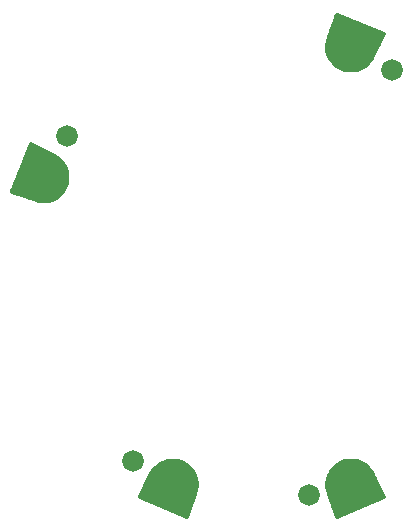
<source format=gbs>
G75*
%MOIN*%
%OFA0B0*%
%FSLAX24Y24*%
%IPPOS*%
%LPD*%
%AMOC8*
5,1,8,0,0,1.08239X$1,22.5*
%
%ADD10C,0.0720*%
%ADD11C,0.1346*%
%ADD12C,0.0120*%
D10*
X004570Y002440D03*
X010440Y001290D03*
X002380Y013280D03*
X013230Y015460D03*
D11*
X011850Y016250D03*
X001600Y011900D03*
X005900Y001650D03*
X011850Y001650D03*
D12*
X011293Y002215D02*
X012422Y002215D01*
X012462Y002173D02*
X012373Y002264D01*
X012272Y002339D01*
X012159Y002397D01*
X012039Y002435D01*
X011914Y002454D01*
X011788Y002453D01*
X011663Y002431D01*
X011544Y002389D01*
X011434Y002330D01*
X011334Y002256D01*
X011246Y002166D01*
X011174Y002065D01*
X011117Y001954D01*
X011078Y001835D01*
X011058Y001712D01*
X011057Y001587D01*
X011074Y001463D01*
X011111Y001344D01*
X011371Y000586D01*
X012941Y001236D01*
X012589Y001956D01*
X012534Y002070D01*
X012462Y002173D01*
X012516Y002096D02*
X011196Y002096D01*
X011129Y001978D02*
X012579Y001978D01*
X012637Y001859D02*
X011086Y001859D01*
X011063Y001741D02*
X012695Y001741D01*
X012753Y001622D02*
X011057Y001622D01*
X011069Y001504D02*
X012811Y001504D01*
X012869Y001385D02*
X011098Y001385D01*
X011137Y001267D02*
X012927Y001267D01*
X012729Y001148D02*
X011178Y001148D01*
X011219Y001030D02*
X012442Y001030D01*
X012156Y000911D02*
X011259Y000911D01*
X011300Y000793D02*
X011870Y000793D01*
X011584Y000674D02*
X011341Y000674D01*
X011439Y002333D02*
X012280Y002333D01*
X011932Y002452D02*
X011781Y002452D01*
X006704Y001714D02*
X006703Y001588D01*
X006681Y001463D01*
X006639Y001344D01*
X006379Y000586D01*
X004809Y001236D01*
X005161Y001956D01*
X005220Y002066D01*
X005294Y002166D01*
X005384Y002254D01*
X005485Y002326D01*
X005596Y002383D01*
X005715Y002422D01*
X005838Y002442D01*
X005963Y002443D01*
X006087Y002426D01*
X006206Y002389D01*
X006320Y002334D01*
X006423Y002262D01*
X006514Y002173D01*
X006589Y002072D01*
X006647Y001959D01*
X006685Y001839D01*
X006704Y001714D01*
X006700Y001741D02*
X005055Y001741D01*
X005113Y001859D02*
X006679Y001859D01*
X006637Y001978D02*
X005172Y001978D01*
X005242Y002096D02*
X006571Y002096D01*
X006472Y002215D02*
X005344Y002215D01*
X005498Y002333D02*
X006322Y002333D01*
X006703Y001622D02*
X004997Y001622D01*
X004939Y001504D02*
X006688Y001504D01*
X006653Y001385D02*
X004881Y001385D01*
X004823Y001267D02*
X006613Y001267D01*
X006572Y001148D02*
X005021Y001148D01*
X005308Y001030D02*
X006531Y001030D01*
X006491Y000911D02*
X005594Y000911D01*
X005880Y000793D02*
X006450Y000793D01*
X006409Y000674D02*
X006166Y000674D01*
X001909Y011153D02*
X002022Y011211D01*
X002123Y011286D01*
X002212Y011377D01*
X002284Y011480D01*
X002339Y011594D01*
X002376Y011713D01*
X002393Y011837D01*
X002392Y011962D01*
X002372Y012085D01*
X002333Y012204D01*
X002276Y012315D01*
X002204Y012416D01*
X002116Y012506D01*
X002016Y012580D01*
X001906Y012639D01*
X001186Y012991D01*
X000536Y011421D01*
X001294Y011161D01*
X001413Y011119D01*
X001538Y011097D01*
X001664Y011096D01*
X001789Y011115D01*
X001909Y011153D01*
X002035Y011221D02*
X001120Y011221D01*
X000774Y011339D02*
X002175Y011339D01*
X002268Y011458D02*
X000551Y011458D01*
X000600Y011576D02*
X002331Y011576D01*
X002370Y011695D02*
X000649Y011695D01*
X000698Y011813D02*
X002390Y011813D01*
X002392Y011932D02*
X000747Y011932D01*
X000796Y012050D02*
X002378Y012050D01*
X002344Y012169D02*
X000845Y012169D01*
X000894Y012287D02*
X002291Y012287D01*
X002212Y012406D02*
X000943Y012406D01*
X000993Y012524D02*
X002092Y012524D01*
X001899Y012643D02*
X001042Y012643D01*
X001091Y012761D02*
X001657Y012761D01*
X001415Y012880D02*
X001140Y012880D01*
X001511Y011102D02*
X001705Y011102D01*
X011103Y015941D02*
X011161Y015828D01*
X011236Y015727D01*
X011327Y015638D01*
X011430Y015566D01*
X011544Y015511D01*
X011663Y015474D01*
X011787Y015457D01*
X011912Y015458D01*
X012035Y015478D01*
X012154Y015517D01*
X012265Y015574D01*
X012366Y015646D01*
X012456Y015734D01*
X012530Y015834D01*
X012589Y015944D01*
X012941Y016664D01*
X011371Y017314D01*
X011111Y016556D01*
X011069Y016437D01*
X011047Y016312D01*
X011046Y016186D01*
X011065Y016061D01*
X011103Y015941D01*
X011097Y015961D02*
X012597Y015961D01*
X012655Y016079D02*
X011062Y016079D01*
X011046Y016198D02*
X012713Y016198D01*
X012771Y016316D02*
X011048Y016316D01*
X011069Y016435D02*
X012829Y016435D01*
X012887Y016553D02*
X011110Y016553D01*
X011150Y016672D02*
X012923Y016672D01*
X012637Y016790D02*
X011191Y016790D01*
X011232Y016909D02*
X012351Y016909D01*
X012065Y017027D02*
X011272Y017027D01*
X011313Y017146D02*
X011778Y017146D01*
X011492Y017264D02*
X011354Y017264D01*
X011154Y015842D02*
X012535Y015842D01*
X012445Y015724D02*
X011239Y015724D01*
X011374Y015605D02*
X012309Y015605D01*
X012060Y015487D02*
X011624Y015487D01*
M02*

</source>
